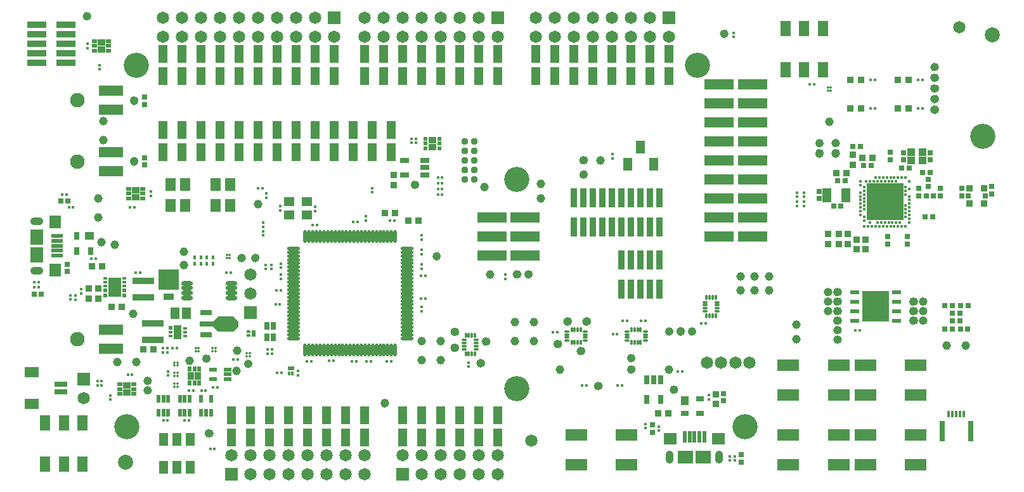
<source format=gts>
G04*
G04 #@! TF.GenerationSoftware,Altium Limited,Altium Designer,19.0.15 (446)*
G04*
G04 Layer_Color=8388736*
%FSLAX24Y24*%
%MOIN*%
G70*
G01*
G75*
%ADD117C,0.0240*%
%ADD118R,0.0462X0.0922*%
%ADD119R,0.0166X0.0178*%
%ADD120R,0.0220X0.0209*%
%ADD121R,0.0406X0.0323*%
%ADD122R,0.0178X0.0166*%
%ADD123R,0.0375X0.0355*%
%ADD124R,0.0454X0.0296*%
%ADD125C,0.0139*%
%ADD126R,0.0198X0.0414*%
%ADD127R,0.0209X0.0260*%
%ADD128R,0.0323X0.0406*%
%ADD129R,0.0260X0.0209*%
%ADD130C,0.0370*%
%ADD131R,0.0532X0.0493*%
%ADD132C,0.0454*%
%ADD133R,0.0355X0.0375*%
%ADD134R,0.0257X0.0316*%
%ADD135R,0.0690X0.1044*%
%ADD136R,0.0232X0.0154*%
%ADD137R,0.0232X0.0242*%
%ADD138R,0.0237X0.0198*%
%ADD139R,0.0237X0.0158*%
%ADD140R,0.0414X0.0769*%
%ADD141R,0.0611X0.0296*%
%ADD142R,0.0729X0.0296*%
%ADD143R,0.0296X0.0257*%
%ADD144O,0.0710X0.0178*%
%ADD145O,0.0178X0.0710*%
%ADD146R,0.1123X0.0375*%
%ADD147R,0.0257X0.0296*%
%ADD148R,0.0493X0.0611*%
%ADD149R,0.0395X0.0454*%
%ADD150R,0.0395X0.0296*%
%ADD151R,0.0454X0.0395*%
%ADD152R,0.0296X0.0395*%
%ADD153R,0.0158X0.0202*%
%ADD154R,0.1060X0.1111*%
%ADD155R,0.0560X0.0360*%
%ADD156R,0.0316X0.0257*%
%ADD157C,0.0787*%
%ADD158R,0.0288X0.0257*%
%ADD159R,0.0375X0.0355*%
%ADD160R,0.0611X0.0690*%
%ADD161R,0.0670X0.0808*%
%ADD162R,0.0592X0.0217*%
%ADD163R,0.0690X0.0611*%
%ADD164R,0.0808X0.0670*%
%ADD165R,0.0217X0.0592*%
%ADD166R,0.0296X0.1084*%
%ADD167R,0.0178X0.0375*%
%ADD168R,0.0670X0.0296*%
%ADD169R,0.0769X0.0532*%
%ADD170R,0.0360X0.0380*%
%ADD171R,0.0316X0.0395*%
%ADD172R,0.1560X0.0560*%
%ADD173R,0.0359X0.1005*%
%ADD174R,0.1005X0.0359*%
%ADD175R,0.1312X0.0560*%
%ADD176R,0.0217X0.0336*%
%ADD177R,0.0217X0.0158*%
%ADD178R,0.0336X0.0217*%
%ADD179R,0.0158X0.0217*%
%ADD180R,0.0296X0.0277*%
%ADD181R,0.0277X0.0296*%
%ADD182R,0.1143X0.0611*%
%ADD183R,0.0532X0.0847*%
%ADD184R,0.0454X0.0690*%
%ADD185R,0.0532X0.0690*%
%ADD186C,0.0148*%
%ADD187R,0.1949X0.1949*%
%ADD188R,0.1399X0.1635*%
%ADD189R,0.0513X0.0237*%
%ADD190C,0.0134*%
%ADD191O,0.0305X0.0136*%
%ADD192O,0.0136X0.0305*%
%ADD193O,0.0611X0.0237*%
%ADD194R,0.0414X0.0198*%
%ADD195R,0.0296X0.0454*%
%ADD196R,0.0434X0.0395*%
%ADD197R,0.0454X0.0769*%
%ADD198C,0.0651*%
%ADD199C,0.1320*%
%ADD200R,0.0651X0.0651*%
%ADD201R,0.0651X0.0651*%
%ADD202O,0.0690X0.0414*%
%ADD203O,0.0414X0.0690*%
%ADD204C,0.0761*%
G36*
X11083Y8804D02*
X11088Y8803D01*
X11092Y8801D01*
X11096Y8798D01*
X11100Y8795D01*
X11356Y8539D01*
X11359Y8536D01*
X11361Y8532D01*
X11363Y8527D01*
X11364Y8523D01*
X11364Y8518D01*
Y8282D01*
X11364Y8277D01*
X11363Y8273D01*
X11361Y8268D01*
X11359Y8264D01*
X11356Y8261D01*
X11100Y8005D01*
X11096Y8002D01*
X11092Y7999D01*
X11088Y7997D01*
X11083Y7996D01*
X11078Y7996D01*
X10291D01*
X10286Y7996D01*
X10282Y7997D01*
X10277Y7999D01*
X10273Y8002D01*
X10270Y8005D01*
X10014Y8261D01*
X10011Y8264D01*
X10008Y8268D01*
X10006Y8273D01*
X10005Y8277D01*
X10005Y8282D01*
Y8518D01*
X10005Y8523D01*
X10006Y8527D01*
X10008Y8532D01*
X10011Y8536D01*
X10014Y8539D01*
X10270Y8795D01*
X10273Y8798D01*
X10277Y8801D01*
X10282Y8803D01*
X10286Y8804D01*
X10291Y8804D01*
X11078D01*
X11083Y8804D01*
D02*
G37*
D117*
X20741Y15710D02*
G03*
X20741Y15710I-110J0D01*
G01*
X34710Y8011D02*
G03*
X34710Y8011I-110J0D01*
G01*
Y7989D02*
G03*
X34710Y7989I-110J0D01*
G01*
X42010Y17349D02*
G03*
X42010Y17349I-110J0D01*
G01*
Y17371D02*
G03*
X42010Y17371I-110J0D01*
G01*
X42860Y17349D02*
G03*
X42860Y17349I-110J0D01*
G01*
Y17371D02*
G03*
X42860Y17371I-110J0D01*
G01*
X42010Y17899D02*
G03*
X42010Y17899I-110J0D01*
G01*
X42860D02*
G03*
X42860Y17899I-110J0D01*
G01*
X42949Y9070D02*
G03*
X42949Y9070I-110J0D01*
G01*
X42971D02*
G03*
X42971Y9070I-110J0D01*
G01*
X42949Y9570D02*
G03*
X42949Y9570I-110J0D01*
G01*
X42971D02*
G03*
X42971Y9570I-110J0D01*
G01*
X42949Y10070D02*
G03*
X42949Y10070I-110J0D01*
G01*
X42971D02*
G03*
X42971Y10070I-110J0D01*
G01*
X46971Y8570D02*
G03*
X46971Y8570I-110J0D01*
G01*
X46949D02*
G03*
X46949Y8570I-110J0D01*
G01*
X46971Y9070D02*
G03*
X46971Y9070I-110J0D01*
G01*
X46949D02*
G03*
X46949Y9070I-110J0D01*
G01*
X46971Y9570D02*
G03*
X46971Y9570I-110J0D01*
G01*
X46949D02*
G03*
X46949Y9570I-110J0D01*
G01*
X42949Y8570D02*
G03*
X42949Y8570I-110J0D01*
G01*
X42971D02*
G03*
X42971Y8570I-110J0D01*
G01*
X42959Y8070D02*
G03*
X42959Y8070I-110J0D01*
G01*
Y7570D02*
G03*
X42959Y7570I-110J0D01*
G01*
X42461Y9070D02*
G03*
X42461Y9070I-110J0D01*
G01*
Y9570D02*
G03*
X42461Y9570I-110J0D01*
G01*
Y10070D02*
G03*
X42461Y10070I-110J0D01*
G01*
X47459Y8570D02*
G03*
X47459Y8570I-110J0D01*
G01*
Y9070D02*
G03*
X47459Y9070I-110J0D01*
G01*
Y9570D02*
G03*
X47459Y9570I-110J0D01*
G01*
X21881Y11951D02*
G03*
X21881Y11951I-110J0D01*
G01*
X37000Y23649D02*
G03*
X37000Y23649I-110J0D01*
G01*
X26711Y11000D02*
G03*
X26711Y11000I-110J0D01*
G01*
X26121D02*
G03*
X26121Y11000I-110J0D01*
G01*
X26099D02*
G03*
X26099Y11000I-110J0D01*
G01*
X6692Y5400D02*
G03*
X6692Y5400I-110J0D01*
G01*
Y4900D02*
G03*
X6692Y4900I-110J0D01*
G01*
X11979Y6296D02*
G03*
X11979Y6296I-110J0D01*
G01*
X19160Y4219D02*
G03*
X19160Y4219I-110J0D01*
G01*
Y4241D02*
G03*
X19160Y4241I-110J0D01*
G01*
X9780Y6571D02*
G03*
X9780Y6571I-110J0D01*
G01*
X5980Y16950D02*
G03*
X5980Y16950I-110J0D01*
G01*
Y16928D02*
G03*
X5980Y16928I-110J0D01*
G01*
Y20141D02*
G03*
X5980Y20141I-110J0D01*
G01*
Y20119D02*
G03*
X5980Y20119I-110J0D01*
G01*
X32109Y6600D02*
G03*
X32109Y6600I-110J0D01*
G01*
X35310Y7999D02*
G03*
X35310Y7999I-110J0D01*
G01*
X34110D02*
G03*
X34110Y7999I-110J0D01*
G01*
X32111Y6000D02*
G03*
X32111Y6000I-110J0D01*
G01*
X3501Y24570D02*
G03*
X3501Y24570I-110J0D01*
G01*
X11630Y11861D02*
G03*
X11630Y11861I-110J0D01*
G01*
X12350D02*
G03*
X12350Y11861I-110J0D01*
G01*
X30391Y5130D02*
G03*
X30391Y5130I-110J0D01*
G01*
X30369D02*
G03*
X30369Y5130I-110J0D01*
G01*
X34360Y4941D02*
G03*
X34360Y4941I-110J0D01*
G01*
X48062Y21897D02*
G03*
X48062Y21897I-110J0D01*
G01*
X48074Y19657D02*
G03*
X48074Y19657I-110J0D01*
G01*
X48052D02*
G03*
X48052Y19657I-110J0D01*
G01*
X48074Y20217D02*
G03*
X48074Y20217I-110J0D01*
G01*
X48052D02*
G03*
X48052Y20217I-110J0D01*
G01*
X48074Y20777D02*
G03*
X48074Y20777I-110J0D01*
G01*
X48052D02*
G03*
X48052Y20777I-110J0D01*
G01*
X48074Y21337D02*
G03*
X48074Y21337I-110J0D01*
G01*
X48052D02*
G03*
X48052Y21337I-110J0D01*
G01*
X28239Y7340D02*
G03*
X28239Y7340I-110J0D01*
G01*
X28261D02*
G03*
X28261Y7340I-110J0D01*
G01*
X29481Y6970D02*
G03*
X29481Y6970I-110J0D01*
G01*
X29459D02*
G03*
X29459Y6970I-110J0D01*
G01*
X24211Y6330D02*
G03*
X24211Y6330I-110J0D01*
G01*
X24189D02*
G03*
X24189Y6330I-110J0D01*
G01*
X24491Y7470D02*
G03*
X24491Y7470I-110J0D01*
G01*
X24469D02*
G03*
X24469Y7470I-110J0D01*
G01*
X22829Y7980D02*
G03*
X22829Y7980I-110J0D01*
G01*
X22851D02*
G03*
X22851Y7980I-110J0D01*
G01*
X22829Y7140D02*
G03*
X22829Y7140I-110J0D01*
G01*
X22851D02*
G03*
X22851Y7140I-110J0D01*
G01*
X28759Y8520D02*
G03*
X28759Y8520I-110J0D01*
G01*
X28781D02*
G03*
X28781Y8520I-110J0D01*
G01*
X29759D02*
G03*
X29759Y8520I-110J0D01*
G01*
X29781D02*
G03*
X29781Y8520I-110J0D01*
G01*
X29621Y17000D02*
G03*
X29621Y17000I-110J0D01*
G01*
X29599D02*
G03*
X29599Y17000I-110J0D01*
G01*
X29611Y16250D02*
G03*
X29611Y16250I-110J0D01*
G01*
X9931Y2640D02*
G03*
X9931Y2640I-110J0D01*
G01*
X9909D02*
G03*
X9909Y2640I-110J0D01*
G01*
D118*
X19400Y18577D02*
D03*
Y17423D02*
D03*
X18400Y18577D02*
D03*
Y17423D02*
D03*
X17400Y18577D02*
D03*
Y17423D02*
D03*
X13400Y18577D02*
D03*
Y17423D02*
D03*
X14400Y18577D02*
D03*
Y17423D02*
D03*
X8400Y18577D02*
D03*
Y17423D02*
D03*
X9400D02*
D03*
Y18577D02*
D03*
X10400Y17423D02*
D03*
Y18577D02*
D03*
X12400Y17423D02*
D03*
Y18577D02*
D03*
X11400Y17423D02*
D03*
Y18577D02*
D03*
X7400D02*
D03*
Y17423D02*
D03*
X16400D02*
D03*
Y18577D02*
D03*
X15400Y17423D02*
D03*
Y18577D02*
D03*
X13000Y2423D02*
D03*
X17000D02*
D03*
X13000Y3577D02*
D03*
X17000D02*
D03*
X12000Y2423D02*
D03*
X11000D02*
D03*
X16000D02*
D03*
X15000D02*
D03*
X18000D02*
D03*
X12000Y3577D02*
D03*
X11000D02*
D03*
X16000Y3577D02*
D03*
X15000Y3577D02*
D03*
X18000D02*
D03*
X14000Y2423D02*
D03*
Y3577D02*
D03*
X22000Y2423D02*
D03*
Y3577D02*
D03*
X20000Y2423D02*
D03*
X21000D02*
D03*
X24000D02*
D03*
X25000D02*
D03*
X20000Y3577D02*
D03*
X21000D02*
D03*
X24000D02*
D03*
X25000D02*
D03*
X23000Y2423D02*
D03*
X23000Y3577D02*
D03*
X23000Y22577D02*
D03*
X19000D02*
D03*
X23000Y21423D02*
D03*
X19000D02*
D03*
X24000Y22577D02*
D03*
X25000D02*
D03*
X20000D02*
D03*
X21000D02*
D03*
X18000D02*
D03*
X24000Y21423D02*
D03*
X25000D02*
D03*
X20000Y21423D02*
D03*
X21000Y21423D02*
D03*
X18000D02*
D03*
X22000Y22577D02*
D03*
Y21423D02*
D03*
X14400Y22577D02*
D03*
X10400D02*
D03*
X14400Y21423D02*
D03*
X10400Y21423D02*
D03*
X16400Y22577D02*
D03*
X15400D02*
D03*
X12400D02*
D03*
X11400D02*
D03*
X9400D02*
D03*
X8400D02*
D03*
X16400Y21423D02*
D03*
X15400D02*
D03*
X12400D02*
D03*
X11400D02*
D03*
X9400D02*
D03*
X8400Y21423D02*
D03*
X13400Y22577D02*
D03*
X7400D02*
D03*
X13400Y21423D02*
D03*
X7400D02*
D03*
X32000Y22577D02*
D03*
X28000D02*
D03*
X32000Y21423D02*
D03*
X28000D02*
D03*
X33000Y22577D02*
D03*
X34000D02*
D03*
X29000D02*
D03*
X30000D02*
D03*
X27000D02*
D03*
X33000Y21423D02*
D03*
X34000D02*
D03*
X29000Y21423D02*
D03*
X30000Y21423D02*
D03*
X27000D02*
D03*
X31000Y22577D02*
D03*
Y21423D02*
D03*
D119*
X22062Y15500D02*
D03*
X21838D02*
D03*
X22062Y15800D02*
D03*
X21838D02*
D03*
X22062Y15200D02*
D03*
X21838D02*
D03*
X22062Y16100D02*
D03*
X21838D02*
D03*
X12388Y15520D02*
D03*
X12612D02*
D03*
X34672Y5890D02*
D03*
X34448D02*
D03*
X31772Y8560D02*
D03*
X31548D02*
D03*
X32528D02*
D03*
X32752D02*
D03*
X13398Y5810D02*
D03*
X13622D02*
D03*
X10092Y1820D02*
D03*
X9868D02*
D03*
X11312Y6540D02*
D03*
X11088D02*
D03*
X5762Y5730D02*
D03*
X5538D02*
D03*
X7878Y7120D02*
D03*
X8102D02*
D03*
X7388Y7120D02*
D03*
X7612D02*
D03*
X616Y10590D02*
D03*
X841D02*
D03*
X31502Y5150D02*
D03*
X31278D02*
D03*
X47311Y19727D02*
D03*
X47086D02*
D03*
X44821D02*
D03*
X44596D02*
D03*
X29428Y5150D02*
D03*
X29652D02*
D03*
X47311Y21227D02*
D03*
X47086D02*
D03*
X44821D02*
D03*
X44596D02*
D03*
X5872Y14540D02*
D03*
X5648D02*
D03*
X20958Y10920D02*
D03*
X21182D02*
D03*
X18302Y6440D02*
D03*
X18078D02*
D03*
X17318D02*
D03*
X17542D02*
D03*
X41398Y20990D02*
D03*
X41622D02*
D03*
X8528Y3310D02*
D03*
X8752D02*
D03*
X10028Y5070D02*
D03*
X10252D02*
D03*
X9408Y4890D02*
D03*
X9632D02*
D03*
X7408Y3310D02*
D03*
X7632D02*
D03*
X7398Y6900D02*
D03*
X7622D02*
D03*
X10952Y11100D02*
D03*
X10728D02*
D03*
X5958D02*
D03*
X6182D02*
D03*
X2084Y15197D02*
D03*
X2308D02*
D03*
X616Y10310D02*
D03*
X841D02*
D03*
X3634Y11840D02*
D03*
X3858D02*
D03*
X2662Y14520D02*
D03*
X2438D02*
D03*
X35902Y8430D02*
D03*
X35678D02*
D03*
X43788Y8050D02*
D03*
X44012D02*
D03*
X31262Y7860D02*
D03*
X31038D02*
D03*
X28102Y7950D02*
D03*
X27878D02*
D03*
X20958Y9740D02*
D03*
X21182D02*
D03*
X19548Y13830D02*
D03*
X19324D02*
D03*
X19148Y6430D02*
D03*
X19372D02*
D03*
X17608Y13750D02*
D03*
X17384D02*
D03*
X16352Y6450D02*
D03*
X16128D02*
D03*
X15488Y13580D02*
D03*
X15264D02*
D03*
X14944Y6440D02*
D03*
X15168D02*
D03*
X13304Y9420D02*
D03*
X13528D02*
D03*
X13568Y10150D02*
D03*
X13344D02*
D03*
X8972Y4890D02*
D03*
X8748D02*
D03*
D120*
X21910Y18136D02*
D03*
Y17880D02*
D03*
Y17624D02*
D03*
X21197Y18136D02*
D03*
Y17880D02*
D03*
Y17624D02*
D03*
D121*
X21553Y18067D02*
D03*
Y17693D02*
D03*
X5480Y5157D02*
D03*
Y4783D02*
D03*
X5950Y15437D02*
D03*
Y15063D02*
D03*
X4160Y22823D02*
D03*
Y23197D02*
D03*
D122*
X20683Y18132D02*
D03*
Y17908D02*
D03*
X20460Y18132D02*
D03*
Y17908D02*
D03*
X18400Y15535D02*
D03*
Y15311D02*
D03*
X40710Y15302D02*
D03*
Y15078D02*
D03*
X41070Y15078D02*
D03*
Y15302D02*
D03*
X40710Y14812D02*
D03*
Y14588D02*
D03*
X41070Y14812D02*
D03*
Y14588D02*
D03*
X14500Y5922D02*
D03*
Y5698D02*
D03*
X4630Y4632D02*
D03*
Y4408D02*
D03*
X12830Y15252D02*
D03*
Y15028D02*
D03*
X3939Y5382D02*
D03*
Y5158D02*
D03*
X4149D02*
D03*
Y5382D02*
D03*
X3090Y9998D02*
D03*
Y10222D02*
D03*
X2800Y9668D02*
D03*
Y9892D02*
D03*
X25400Y10758D02*
D03*
Y10982D02*
D03*
X21000Y12838D02*
D03*
Y13062D02*
D03*
X37173Y1433D02*
D03*
Y1209D02*
D03*
X12660Y13269D02*
D03*
Y13045D02*
D03*
X12660Y13507D02*
D03*
Y13732D02*
D03*
X6740Y15342D02*
D03*
Y15118D02*
D03*
X4050Y22002D02*
D03*
Y21778D02*
D03*
X37400Y23478D02*
D03*
Y23702D02*
D03*
X13076Y11502D02*
D03*
Y11278D02*
D03*
X3410Y22898D02*
D03*
Y23122D02*
D03*
X13133Y6818D02*
D03*
Y7042D02*
D03*
X12899Y6818D02*
D03*
Y7042D02*
D03*
X31020Y17312D02*
D03*
Y17088D02*
D03*
X2520Y9678D02*
D03*
Y9902D02*
D03*
X32765Y3137D02*
D03*
Y2913D02*
D03*
X37443Y1433D02*
D03*
Y1209D02*
D03*
X36076Y4428D02*
D03*
Y4653D02*
D03*
X33463Y2778D02*
D03*
Y3003D02*
D03*
X23460Y6372D02*
D03*
Y6148D02*
D03*
X21000Y12068D02*
D03*
Y12292D02*
D03*
Y11298D02*
D03*
Y11522D02*
D03*
Y9058D02*
D03*
Y9282D02*
D03*
X18056Y13828D02*
D03*
Y14052D02*
D03*
X15386Y14328D02*
D03*
Y14552D02*
D03*
X13566Y14582D02*
D03*
Y14358D02*
D03*
X13596Y11572D02*
D03*
Y11348D02*
D03*
X12796Y11502D02*
D03*
Y11278D02*
D03*
X13596Y10992D02*
D03*
Y10768D02*
D03*
X7650Y5678D02*
D03*
Y5902D02*
D03*
D123*
X19530Y16226D02*
D03*
Y15694D02*
D03*
X42367Y12595D02*
D03*
Y13127D02*
D03*
X42919Y12595D02*
D03*
Y13127D02*
D03*
X43844Y12310D02*
D03*
Y12841D02*
D03*
X36466Y4175D02*
D03*
Y4706D02*
D03*
X3970Y9724D02*
D03*
Y10256D02*
D03*
X3500Y9724D02*
D03*
Y10256D02*
D03*
X43667Y17300D02*
D03*
Y16769D02*
D03*
X43381Y12595D02*
D03*
Y13127D02*
D03*
X44307Y12310D02*
D03*
Y12841D02*
D03*
D124*
X21161Y16984D02*
D03*
Y16610D02*
D03*
Y16236D02*
D03*
X20099Y16984D02*
D03*
Y16236D02*
D03*
D125*
X20507Y15710D02*
D03*
X20753D02*
D03*
X34600Y8133D02*
D03*
Y7867D02*
D03*
X41900Y17227D02*
D03*
Y17493D02*
D03*
X42750Y17227D02*
D03*
Y17493D02*
D03*
X41900Y18023D02*
D03*
Y17777D02*
D03*
X42750Y18023D02*
D03*
Y17777D02*
D03*
X42717Y9070D02*
D03*
X42983D02*
D03*
X42717Y9570D02*
D03*
X42983D02*
D03*
X42717Y10070D02*
D03*
X42983D02*
D03*
X46983Y8570D02*
D03*
X46717D02*
D03*
X46983Y9070D02*
D03*
X46717D02*
D03*
X46983Y9570D02*
D03*
X46717D02*
D03*
X42717Y8570D02*
D03*
X42983D02*
D03*
X42973Y8070D02*
D03*
X42727D02*
D03*
X42973Y7570D02*
D03*
X42727D02*
D03*
X42227Y9070D02*
D03*
X42473D02*
D03*
X42227Y9570D02*
D03*
X42473D02*
D03*
X42227Y10070D02*
D03*
X42473D02*
D03*
X47473Y8570D02*
D03*
X47227D02*
D03*
X47473Y9070D02*
D03*
X47227D02*
D03*
X47473Y9570D02*
D03*
X47227D02*
D03*
X21771Y11827D02*
D03*
Y12073D02*
D03*
X36890Y23773D02*
D03*
Y23527D02*
D03*
X26477Y11000D02*
D03*
X26723D02*
D03*
X26133D02*
D03*
X25867D02*
D03*
X6458Y5400D02*
D03*
X6704D02*
D03*
X6458Y4900D02*
D03*
X6704D02*
D03*
X11745Y6296D02*
D03*
X11991D02*
D03*
X19050Y4097D02*
D03*
Y4363D02*
D03*
X9670Y6447D02*
D03*
Y6693D02*
D03*
X5870Y17072D02*
D03*
Y16806D02*
D03*
Y20263D02*
D03*
Y19997D02*
D03*
X32123Y6600D02*
D03*
X31877D02*
D03*
X35200Y8123D02*
D03*
Y7877D02*
D03*
X34000Y8123D02*
D03*
Y7877D02*
D03*
X31877Y6000D02*
D03*
X32123D02*
D03*
X3267Y24570D02*
D03*
X3513D02*
D03*
X11520Y11737D02*
D03*
Y11983D02*
D03*
X12240Y11737D02*
D03*
Y11983D02*
D03*
X30403Y5130D02*
D03*
X30137D02*
D03*
X34250Y4817D02*
D03*
Y5063D02*
D03*
X48076Y21897D02*
D03*
X47830D02*
D03*
X48086Y19657D02*
D03*
X47820D02*
D03*
X48086Y20217D02*
D03*
X47820D02*
D03*
X48086Y20777D02*
D03*
X47820D02*
D03*
X48086Y21337D02*
D03*
X47820D02*
D03*
X28007Y7340D02*
D03*
X28273D02*
D03*
X29493Y6970D02*
D03*
X29227D02*
D03*
X24223Y6330D02*
D03*
X23957D02*
D03*
X24503Y7470D02*
D03*
X24237D02*
D03*
X22597Y7980D02*
D03*
X22863D02*
D03*
X22597Y7140D02*
D03*
X22863D02*
D03*
X28527Y8520D02*
D03*
X28793D02*
D03*
X29527D02*
D03*
X29793D02*
D03*
X29633Y17000D02*
D03*
X29367D02*
D03*
X29377Y16250D02*
D03*
X29623D02*
D03*
X9943Y2640D02*
D03*
X9677D02*
D03*
D126*
X8786Y3726D02*
D03*
X8530D02*
D03*
X8274D02*
D03*
Y4474D02*
D03*
X8530D02*
D03*
X8786D02*
D03*
X7666Y3726D02*
D03*
X7410D02*
D03*
X7154D02*
D03*
Y4474D02*
D03*
X7410D02*
D03*
X7666D02*
D03*
X9394Y4474D02*
D03*
X9906D02*
D03*
Y3726D02*
D03*
X9650D02*
D03*
X9394D02*
D03*
D127*
X9292Y6024D02*
D03*
X9036D02*
D03*
X8780D02*
D03*
Y5280D02*
D03*
X9036D02*
D03*
X9292D02*
D03*
D128*
X9223Y5652D02*
D03*
X8849D02*
D03*
D129*
X5108Y5226D02*
D03*
Y4970D02*
D03*
Y4714D02*
D03*
X5852D02*
D03*
Y4970D02*
D03*
Y5226D02*
D03*
X5578Y15506D02*
D03*
Y15250D02*
D03*
Y14994D02*
D03*
X6322D02*
D03*
Y15250D02*
D03*
Y15506D02*
D03*
X4532Y22754D02*
D03*
Y23010D02*
D03*
Y23266D02*
D03*
X3788D02*
D03*
Y23010D02*
D03*
Y22754D02*
D03*
D130*
X23250Y16000D02*
D03*
Y16500D02*
D03*
Y17000D02*
D03*
Y17500D02*
D03*
Y18000D02*
D03*
X23750D02*
D03*
Y17500D02*
D03*
Y17000D02*
D03*
Y16500D02*
D03*
Y16000D02*
D03*
D131*
X14946Y14109D02*
D03*
Y14811D02*
D03*
X14006Y14109D02*
D03*
Y14811D02*
D03*
D132*
X27250Y15000D02*
D03*
Y15750D02*
D03*
X4250Y18050D02*
D03*
Y19050D02*
D03*
X25900Y7500D02*
D03*
X25900Y8500D02*
D03*
X26900Y7500D02*
D03*
Y8500D02*
D03*
X21000Y6500D02*
D03*
X22000D02*
D03*
X21000Y7500D02*
D03*
X22000D02*
D03*
X4860Y12559D02*
D03*
X4160Y12700D02*
D03*
X4000Y14000D02*
D03*
Y15000D02*
D03*
X48600Y7250D02*
D03*
X49600D02*
D03*
X8500Y12200D02*
D03*
X24600Y11000D02*
D03*
X11240Y5920D02*
D03*
X30400Y17000D02*
D03*
X42430Y19020D02*
D03*
X5000Y6400D02*
D03*
X34000Y6000D02*
D03*
X6000Y6400D02*
D03*
X12400Y14700D02*
D03*
X11300Y7000D02*
D03*
X8500Y11500D02*
D03*
X40700Y7600D02*
D03*
Y8350D02*
D03*
X24300Y15600D02*
D03*
X28250Y6000D02*
D03*
X8800Y6450D02*
D03*
X5810Y8930D02*
D03*
X39250Y10900D02*
D03*
Y10150D02*
D03*
X38500Y10900D02*
D03*
Y10150D02*
D03*
X37750Y10900D02*
D03*
Y10150D02*
D03*
D133*
X33434Y3700D02*
D03*
X33966D02*
D03*
X42791Y16317D02*
D03*
X43322D02*
D03*
X44149Y17119D02*
D03*
X44681D02*
D03*
X19592Y14230D02*
D03*
X19060D02*
D03*
X20284Y13810D02*
D03*
X20816D02*
D03*
X3660Y11440D02*
D03*
X4192D02*
D03*
X5226Y9280D02*
D03*
X4694D02*
D03*
X6886Y7070D02*
D03*
X6354D02*
D03*
D134*
X37773Y1134D02*
D03*
Y1508D02*
D03*
X33113Y3077D02*
D03*
Y2703D02*
D03*
X36856Y4737D02*
D03*
Y4363D02*
D03*
X2336Y11143D02*
D03*
Y11517D02*
D03*
D135*
X4860Y10340D02*
D03*
D136*
X4360Y10793D02*
D03*
Y10596D02*
D03*
Y10399D02*
D03*
X5360D02*
D03*
Y10596D02*
D03*
Y10793D02*
D03*
D137*
X4360Y10143D02*
D03*
Y9887D02*
D03*
X5360D02*
D03*
Y10143D02*
D03*
D138*
X7776Y8177D02*
D03*
D139*
Y7960D02*
D03*
Y7763D02*
D03*
X8544D02*
D03*
Y7960D02*
D03*
Y8157D02*
D03*
D140*
X8160Y7960D02*
D03*
D141*
X9641Y7809D02*
D03*
Y8991D02*
D03*
D142*
X9700Y8400D02*
D03*
D143*
X44607Y16710D02*
D03*
X44213D02*
D03*
X43238Y15927D02*
D03*
X42844D02*
D03*
X47466Y14023D02*
D03*
X47860D02*
D03*
X46216Y16601D02*
D03*
X46610D02*
D03*
X42637Y14587D02*
D03*
X43031D02*
D03*
X48877Y8137D02*
D03*
X48483D02*
D03*
X49697D02*
D03*
X49303D02*
D03*
X47308Y16355D02*
D03*
X47702D02*
D03*
D144*
X14244Y7638D02*
D03*
Y7835D02*
D03*
Y8031D02*
D03*
Y8228D02*
D03*
Y8425D02*
D03*
Y8622D02*
D03*
Y8819D02*
D03*
Y9016D02*
D03*
Y9213D02*
D03*
Y9409D02*
D03*
Y9606D02*
D03*
Y9803D02*
D03*
Y10000D02*
D03*
Y10197D02*
D03*
Y10394D02*
D03*
Y10591D02*
D03*
Y10787D02*
D03*
Y10984D02*
D03*
Y11181D02*
D03*
Y11378D02*
D03*
Y11575D02*
D03*
Y11772D02*
D03*
Y11968D02*
D03*
Y12165D02*
D03*
Y12362D02*
D03*
X20208D02*
D03*
Y12165D02*
D03*
Y11968D02*
D03*
Y11772D02*
D03*
Y11575D02*
D03*
Y11378D02*
D03*
Y11181D02*
D03*
Y10984D02*
D03*
Y10787D02*
D03*
Y10591D02*
D03*
Y10394D02*
D03*
Y10197D02*
D03*
Y10000D02*
D03*
Y9803D02*
D03*
Y9606D02*
D03*
Y9409D02*
D03*
Y9213D02*
D03*
Y9016D02*
D03*
Y8819D02*
D03*
Y8622D02*
D03*
Y8425D02*
D03*
Y8228D02*
D03*
Y8031D02*
D03*
Y7835D02*
D03*
Y7638D02*
D03*
D145*
X14864Y12982D02*
D03*
X15061D02*
D03*
X15258D02*
D03*
X15454D02*
D03*
X15651D02*
D03*
X15848D02*
D03*
X16045D02*
D03*
X16242D02*
D03*
X16439D02*
D03*
X16636D02*
D03*
X16832D02*
D03*
X17029D02*
D03*
X17226D02*
D03*
X17423D02*
D03*
X17620D02*
D03*
X17817D02*
D03*
X18013D02*
D03*
X18210D02*
D03*
X18407D02*
D03*
X18604D02*
D03*
X18801D02*
D03*
X18998D02*
D03*
X19195D02*
D03*
X19391D02*
D03*
X19588D02*
D03*
Y7018D02*
D03*
X19391D02*
D03*
X19195D02*
D03*
X18998D02*
D03*
X18801D02*
D03*
X18604D02*
D03*
X18407D02*
D03*
X18210D02*
D03*
X18013D02*
D03*
X17817D02*
D03*
X17620D02*
D03*
X17423D02*
D03*
X17226D02*
D03*
X17029D02*
D03*
X16832D02*
D03*
X16636D02*
D03*
X16439D02*
D03*
X16242D02*
D03*
X16045D02*
D03*
X15848D02*
D03*
X15651D02*
D03*
X15454D02*
D03*
X15258D02*
D03*
X15061D02*
D03*
X14864D02*
D03*
D146*
X6850Y7547D02*
D03*
Y8413D02*
D03*
X6340Y9777D02*
D03*
Y10643D02*
D03*
D147*
X47718Y17407D02*
D03*
Y17013D02*
D03*
X46318Y17013D02*
D03*
Y17407D02*
D03*
X45468Y12989D02*
D03*
Y12595D02*
D03*
X46531Y12989D02*
D03*
Y12595D02*
D03*
X45606Y17015D02*
D03*
Y17408D02*
D03*
X41884Y15374D02*
D03*
Y14980D02*
D03*
X50937Y15238D02*
D03*
Y15631D02*
D03*
X48256Y15133D02*
D03*
Y15527D02*
D03*
X47606Y16007D02*
D03*
Y15613D02*
D03*
X47132Y15115D02*
D03*
Y15509D02*
D03*
X49379Y15526D02*
D03*
Y15132D02*
D03*
D148*
X8015Y8970D02*
D03*
X8605D02*
D03*
D149*
X34804Y4366D02*
D03*
D150*
Y3697D02*
D03*
X35611D02*
D03*
Y4445D02*
D03*
D151*
X3521Y13034D02*
D03*
D152*
X2852D02*
D03*
Y12226D02*
D03*
X3600D02*
D03*
D153*
X9370Y11884D02*
D03*
Y11553D02*
D03*
X10010Y11884D02*
D03*
Y11553D02*
D03*
X9050Y11884D02*
D03*
Y11553D02*
D03*
X9690Y11884D02*
D03*
Y11553D02*
D03*
D154*
X7680Y10736D02*
D03*
D155*
Y9810D02*
D03*
D156*
X983Y9967D02*
D03*
X609D02*
D03*
X43667Y17714D02*
D03*
X44041D02*
D03*
X2012Y14856D02*
D03*
X2386D02*
D03*
X47505Y15112D02*
D03*
X47879Y15112D02*
D03*
D157*
X50973Y23600D02*
D03*
X5411Y1120D02*
D03*
D158*
X50623Y15115D02*
D03*
X49710D02*
D03*
D159*
X50541Y14711D02*
D03*
Y15518D02*
D03*
X49793D02*
D03*
Y14711D02*
D03*
D160*
X1730Y13760D02*
D03*
Y11240D02*
D03*
D161*
X765Y12028D02*
D03*
Y12972D02*
D03*
D162*
X1818Y11988D02*
D03*
Y12244D02*
D03*
Y13012D02*
D03*
Y12756D02*
D03*
Y12500D02*
D03*
D163*
X34067Y2365D02*
D03*
X36586D02*
D03*
D164*
X35799Y1400D02*
D03*
X34854D02*
D03*
D165*
X35838Y2454D02*
D03*
X35582D02*
D03*
X34815D02*
D03*
X35071D02*
D03*
X35326D02*
D03*
D166*
X49842Y2767D02*
D03*
X48346D02*
D03*
D167*
X49290Y3673D02*
D03*
X49094D02*
D03*
X48897D02*
D03*
X48700D02*
D03*
X49487D02*
D03*
D168*
X2010Y5227D02*
D03*
Y4833D02*
D03*
D169*
X484Y5857D02*
D03*
Y4203D02*
D03*
D170*
X44083Y21227D02*
D03*
X43533D02*
D03*
X46583D02*
D03*
X46033D02*
D03*
X44083Y19727D02*
D03*
X43533D02*
D03*
X46583D02*
D03*
X46033D02*
D03*
D171*
X12849Y8275D02*
D03*
Y7705D02*
D03*
X13183D02*
D03*
Y8275D02*
D03*
D172*
X24675Y14000D02*
D03*
X26425D02*
D03*
X24675Y13000D02*
D03*
X26425D02*
D03*
X24675Y12000D02*
D03*
X26425D02*
D03*
X38375Y13000D02*
D03*
X36625D02*
D03*
X38375Y15000D02*
D03*
X36625D02*
D03*
Y21000D02*
D03*
X38375D02*
D03*
X36625Y20000D02*
D03*
X38375D02*
D03*
X36625Y19000D02*
D03*
X38375D02*
D03*
X36625Y18000D02*
D03*
X38375D02*
D03*
X36625Y17000D02*
D03*
X38375D02*
D03*
X36625Y16000D02*
D03*
X38375D02*
D03*
X36625Y14000D02*
D03*
X38375D02*
D03*
D173*
X31500Y11768D02*
D03*
X32000D02*
D03*
X32500D02*
D03*
X33000D02*
D03*
X33500D02*
D03*
X31500Y10232D02*
D03*
X32000D02*
D03*
X32500D02*
D03*
X33000D02*
D03*
X33500D02*
D03*
X29000Y15018D02*
D03*
X29500D02*
D03*
X30000D02*
D03*
X30500D02*
D03*
X31000D02*
D03*
X29000Y13482D02*
D03*
X29500D02*
D03*
X30000D02*
D03*
X30500D02*
D03*
X31000D02*
D03*
X33500D02*
D03*
X33000D02*
D03*
X32500D02*
D03*
X32000D02*
D03*
X31500D02*
D03*
X33500Y15018D02*
D03*
X33000D02*
D03*
X32500D02*
D03*
X32000D02*
D03*
X31500D02*
D03*
D174*
X2298Y24140D02*
D03*
Y23640D02*
D03*
Y23140D02*
D03*
Y22640D02*
D03*
Y22140D02*
D03*
X762Y24140D02*
D03*
Y23640D02*
D03*
Y23140D02*
D03*
Y22640D02*
D03*
Y22140D02*
D03*
D175*
X4650Y7090D02*
D03*
Y8090D02*
D03*
Y16429D02*
D03*
Y17429D02*
D03*
Y19657D02*
D03*
Y20657D02*
D03*
D176*
X12148Y7890D02*
D03*
D177*
X11872Y7979D02*
D03*
Y7801D02*
D03*
D178*
X14110Y6058D02*
D03*
D179*
X14021Y5782D02*
D03*
X14199D02*
D03*
D180*
X48492Y9370D02*
D03*
X48885D02*
D03*
X49705D02*
D03*
X49312D02*
D03*
D181*
X48900Y8553D02*
D03*
Y8947D02*
D03*
X49290Y8553D02*
D03*
Y8947D02*
D03*
X6430Y16742D02*
D03*
Y17136D02*
D03*
Y19933D02*
D03*
Y20327D02*
D03*
D182*
X40267Y6232D02*
D03*
Y4657D02*
D03*
X42924Y6232D02*
D03*
Y4657D02*
D03*
X44307Y6232D02*
D03*
Y4657D02*
D03*
X46964Y6232D02*
D03*
Y4657D02*
D03*
X42924Y985D02*
D03*
Y2560D02*
D03*
X40267Y985D02*
D03*
Y2560D02*
D03*
X46964Y985D02*
D03*
Y2560D02*
D03*
X44307Y985D02*
D03*
Y2560D02*
D03*
X31759Y985D02*
D03*
Y2560D02*
D03*
X29101Y985D02*
D03*
Y2560D02*
D03*
D183*
X40106Y23913D02*
D03*
X42074D02*
D03*
X41090D02*
D03*
Y21747D02*
D03*
X42074D02*
D03*
X40106D02*
D03*
X3160Y1027D02*
D03*
X1192D02*
D03*
X2176D02*
D03*
Y3193D02*
D03*
X1192D02*
D03*
X3160D02*
D03*
D184*
X32500Y17703D02*
D03*
X31811Y16797D02*
D03*
X33189D02*
D03*
X8809Y2328D02*
D03*
X8120D02*
D03*
X7431D02*
D03*
Y872D02*
D03*
X8120D02*
D03*
X8809D02*
D03*
D185*
X10925Y15711D02*
D03*
X10137D02*
D03*
X8563D02*
D03*
X10925Y14609D02*
D03*
X10137D02*
D03*
X7775D02*
D03*
X8563D02*
D03*
X7775Y15711D02*
D03*
D186*
X46226Y16090D02*
D03*
X44848D02*
D03*
X45045D02*
D03*
X45242D02*
D03*
X45438D02*
D03*
X45635D02*
D03*
X45832D02*
D03*
X46029D02*
D03*
X46423D02*
D03*
X44060Y15893D02*
D03*
X44356D02*
D03*
X44553D02*
D03*
X44749D02*
D03*
X44946D02*
D03*
X45143D02*
D03*
X45340D02*
D03*
X45537D02*
D03*
X45734D02*
D03*
X45931D02*
D03*
X46620D02*
D03*
X46423Y15597D02*
D03*
X44060Y15696D02*
D03*
X44257Y15597D02*
D03*
X46620Y15499D02*
D03*
X44257Y15401D02*
D03*
X46423D02*
D03*
X44060Y15302D02*
D03*
X44257Y15204D02*
D03*
X46423D02*
D03*
X44060Y15105D02*
D03*
X46620D02*
D03*
X44257Y15007D02*
D03*
X44060Y14908D02*
D03*
X46620D02*
D03*
X44257Y14810D02*
D03*
X44060Y14712D02*
D03*
X46620D02*
D03*
X44257Y14613D02*
D03*
X46423D02*
D03*
X44060Y14515D02*
D03*
X46620D02*
D03*
X44257Y14416D02*
D03*
X46423D02*
D03*
X44060Y14318D02*
D03*
X46620D02*
D03*
X46423Y14219D02*
D03*
X44060Y14121D02*
D03*
X46620D02*
D03*
X44257Y14023D02*
D03*
X46423D02*
D03*
X46620Y13924D02*
D03*
X44257Y13826D02*
D03*
X44553Y13727D02*
D03*
X44946D02*
D03*
X45143D02*
D03*
X45340D02*
D03*
X45537D02*
D03*
X45734D02*
D03*
X45931D02*
D03*
X46127D02*
D03*
X46620D02*
D03*
X44257Y13530D02*
D03*
X44454D02*
D03*
X44651D02*
D03*
X44848D02*
D03*
X45045D02*
D03*
X45242D02*
D03*
X45438D02*
D03*
X45635D02*
D03*
X45832D02*
D03*
X46029D02*
D03*
X46226D02*
D03*
X46423D02*
D03*
D187*
X45340Y14810D02*
D03*
D188*
X44850Y9320D02*
D03*
D189*
X43759Y10070D02*
D03*
Y9570D02*
D03*
Y9070D02*
D03*
Y8570D02*
D03*
X45941Y10070D02*
D03*
Y9570D02*
D03*
Y9070D02*
D03*
Y8570D02*
D03*
D190*
X42340Y20817D02*
D03*
X42497D02*
D03*
X42340Y20660D02*
D03*
X42497D02*
D03*
X8149Y6211D02*
D03*
X7991D02*
D03*
X8149Y6369D02*
D03*
X7991D02*
D03*
X8149Y5656D02*
D03*
X7991D02*
D03*
X8149Y5814D02*
D03*
X7991D02*
D03*
X8149Y5101D02*
D03*
X7991D02*
D03*
X8149Y5259D02*
D03*
X7991D02*
D03*
X9991Y7119D02*
D03*
X10149D02*
D03*
X9991Y6961D02*
D03*
X10149D02*
D03*
X9101Y7119D02*
D03*
X9259D02*
D03*
X9101Y6961D02*
D03*
X9259D02*
D03*
X11779Y6845D02*
D03*
X11937D02*
D03*
X11779Y6687D02*
D03*
X11937D02*
D03*
X10741Y11871D02*
D03*
Y12029D02*
D03*
X10899Y11871D02*
D03*
Y12029D02*
D03*
D191*
X28628Y7524D02*
D03*
Y7681D02*
D03*
Y7839D02*
D03*
Y7996D02*
D03*
X29592D02*
D03*
Y7839D02*
D03*
Y7681D02*
D03*
Y7524D02*
D03*
X23215Y7074D02*
D03*
Y7231D02*
D03*
Y7389D02*
D03*
Y7546D02*
D03*
X23865D02*
D03*
Y7389D02*
D03*
Y7231D02*
D03*
Y7074D02*
D03*
X31778Y7524D02*
D03*
Y7681D02*
D03*
Y7839D02*
D03*
Y7996D02*
D03*
X32742D02*
D03*
Y7839D02*
D03*
Y7681D02*
D03*
Y7524D02*
D03*
X35875Y9064D02*
D03*
Y9221D02*
D03*
Y9379D02*
D03*
Y9536D02*
D03*
X36525D02*
D03*
Y9379D02*
D03*
Y9221D02*
D03*
Y9064D02*
D03*
D192*
X28874Y8085D02*
D03*
X29031D02*
D03*
X29189D02*
D03*
X29346D02*
D03*
Y7435D02*
D03*
X29189D02*
D03*
X29031D02*
D03*
X28874D02*
D03*
X23776Y6828D02*
D03*
X23619D02*
D03*
X23461D02*
D03*
X23304D02*
D03*
Y7792D02*
D03*
X23461D02*
D03*
X23619D02*
D03*
X23776D02*
D03*
X32024Y8085D02*
D03*
X32181D02*
D03*
X32339D02*
D03*
X32496D02*
D03*
Y7435D02*
D03*
X32339D02*
D03*
X32181D02*
D03*
X32024D02*
D03*
X36436Y8818D02*
D03*
X36279D02*
D03*
X36121D02*
D03*
X35964D02*
D03*
Y9782D02*
D03*
X36121D02*
D03*
X36279D02*
D03*
X36436D02*
D03*
D193*
X8659Y10534D02*
D03*
Y10278D02*
D03*
Y10022D02*
D03*
Y9766D02*
D03*
X10981Y10534D02*
D03*
Y10278D02*
D03*
Y10022D02*
D03*
Y9766D02*
D03*
D194*
X10026Y5494D02*
D03*
Y6006D02*
D03*
X10774D02*
D03*
Y5750D02*
D03*
Y5494D02*
D03*
D195*
X33564Y5472D02*
D03*
X33190D02*
D03*
X32816D02*
D03*
Y4408D02*
D03*
X33564D02*
D03*
D196*
X46732Y16983D02*
D03*
Y17436D02*
D03*
X47303D02*
D03*
Y16983D02*
D03*
D197*
X43276Y15167D02*
D03*
X42292D02*
D03*
D198*
X36730Y6350D02*
D03*
X37480D02*
D03*
X38230D02*
D03*
X35980D02*
D03*
X12000Y10000D02*
D03*
Y11000D02*
D03*
X3220Y4490D02*
D03*
X7400Y24500D02*
D03*
Y23500D02*
D03*
X8400D02*
D03*
Y24500D02*
D03*
X10400D02*
D03*
Y23500D02*
D03*
X11400D02*
D03*
Y24500D02*
D03*
X13400Y23500D02*
D03*
Y24500D02*
D03*
X16400Y23500D02*
D03*
X15400Y24500D02*
D03*
Y23500D02*
D03*
X14400Y24500D02*
D03*
Y23500D02*
D03*
X12400Y24500D02*
D03*
Y23500D02*
D03*
X9400D02*
D03*
Y24500D02*
D03*
X27000D02*
D03*
Y23500D02*
D03*
X30000D02*
D03*
Y24500D02*
D03*
X32000Y23500D02*
D03*
Y24500D02*
D03*
X33000Y23500D02*
D03*
Y24500D02*
D03*
X34000Y23500D02*
D03*
X31000Y24500D02*
D03*
Y23500D02*
D03*
X29000Y24500D02*
D03*
Y23500D02*
D03*
X28000D02*
D03*
Y24500D02*
D03*
X18000D02*
D03*
Y23500D02*
D03*
X21000D02*
D03*
Y24500D02*
D03*
X23000Y23500D02*
D03*
Y24500D02*
D03*
X24000Y23500D02*
D03*
Y24500D02*
D03*
X25000Y23500D02*
D03*
X22000Y24500D02*
D03*
Y23500D02*
D03*
X20000Y24500D02*
D03*
Y23500D02*
D03*
X19000D02*
D03*
Y24500D02*
D03*
X18000Y500D02*
D03*
Y1500D02*
D03*
X15000D02*
D03*
Y500D02*
D03*
X13000Y1500D02*
D03*
Y500D02*
D03*
X12000Y1500D02*
D03*
Y500D02*
D03*
X11000Y1500D02*
D03*
X14000Y500D02*
D03*
Y1500D02*
D03*
X16000Y500D02*
D03*
Y1500D02*
D03*
X17000D02*
D03*
Y500D02*
D03*
X25000Y1500D02*
D03*
Y500D02*
D03*
X23000Y1500D02*
D03*
Y500D02*
D03*
X20000Y1500D02*
D03*
X21000Y500D02*
D03*
Y1500D02*
D03*
X22000Y500D02*
D03*
Y1500D02*
D03*
X24000Y500D02*
D03*
Y1500D02*
D03*
X49250Y24000D02*
D03*
X26750Y2250D02*
D03*
D199*
X50500Y18250D02*
D03*
X26000Y5000D02*
D03*
Y16000D02*
D03*
X5500Y3000D02*
D03*
X6000Y22000D02*
D03*
X38000Y3000D02*
D03*
X35500Y22000D02*
D03*
D200*
X12000Y9000D02*
D03*
X3220Y5490D02*
D03*
D201*
X16400Y24500D02*
D03*
X34000D02*
D03*
X25000D02*
D03*
X11000Y500D02*
D03*
X20000D02*
D03*
D202*
X765Y13799D02*
D03*
Y11201D02*
D03*
D203*
X34027Y1400D02*
D03*
X36626D02*
D03*
D204*
X2880Y7590D02*
D03*
Y16929D02*
D03*
Y20157D02*
D03*
M02*

</source>
